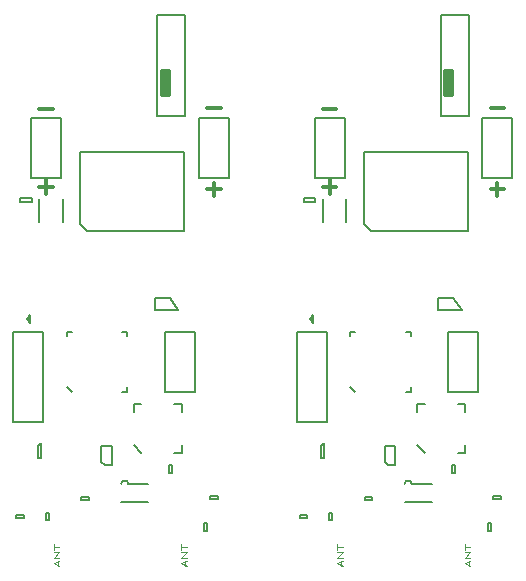
<source format=gto>
G04 #@! TF.GenerationSoftware,KiCad,Pcbnew,5.0.0-rc2-unknown-68f6e3a~65~ubuntu16.04.1*
G04 #@! TF.CreationDate,2018-07-23T09:18:11+01:00*
G04 #@! TF.ProjectId,jerboa_panel,6A6572626F615F70616E656C2E6B6963,rev?*
G04 #@! TF.SameCoordinates,Original*
G04 #@! TF.FileFunction,Legend,Top*
G04 #@! TF.FilePolarity,Positive*
%FSLAX46Y46*%
G04 Gerber Fmt 4.6, Leading zero omitted, Abs format (unit mm)*
G04 Created by KiCad (PCBNEW 5.0.0-rc2-unknown-68f6e3a~65~ubuntu16.04.1) date Mon Jul 23 09:18:11 2018*
%MOMM*%
%LPD*%
G01*
G04 APERTURE LIST*
%ADD10C,0.300000*%
%ADD11C,0.150000*%
%ADD12C,0.125000*%
G04 APERTURE END LIST*
D10*
X59028571Y-34907142D02*
X60171428Y-34907142D01*
X73228571Y-34807142D02*
X74371428Y-34807142D01*
X74371428Y-41707142D02*
X73228571Y-41707142D01*
X73800000Y-42278571D02*
X73800000Y-41135714D01*
X60171428Y-41507142D02*
X59028571Y-41507142D01*
X59600000Y-42078571D02*
X59600000Y-40935714D01*
X36171428Y-41507142D02*
X35028571Y-41507142D01*
X35600000Y-42078571D02*
X35600000Y-40935714D01*
X50371428Y-41707142D02*
X49228571Y-41707142D01*
X49800000Y-42278571D02*
X49800000Y-41135714D01*
X49228571Y-34807142D02*
X50371428Y-34807142D01*
X35028571Y-34907142D02*
X36171428Y-34907142D01*
D11*
G04 #@! TO.C,J2*
X56830000Y-53790000D02*
X59370000Y-53790000D01*
X56830000Y-61410000D02*
X56830000Y-53790000D01*
X59370000Y-61410000D02*
X56830000Y-61410000D01*
X59370000Y-53790000D02*
X59370000Y-61410000D01*
G04 #@! TO.C,C35*
X57725000Y-69275000D02*
X57725000Y-69525000D01*
X57725000Y-69525000D02*
X57075000Y-69525000D01*
X57075000Y-69525000D02*
X57075000Y-69275000D01*
X57075000Y-69275000D02*
X57725000Y-69275000D01*
G04 #@! TO.C,U3*
X59125000Y-63150000D02*
X59125000Y-63150000D01*
X59125000Y-63150000D02*
X59125000Y-64450000D01*
X59125000Y-64450000D02*
X58875000Y-64450000D01*
X58875000Y-64450000D02*
X58875000Y-63400000D01*
X58875000Y-63400000D02*
X59125000Y-63150000D01*
G04 #@! TO.C,AE1*
X71400000Y-26900000D02*
X69000000Y-26900000D01*
X69000000Y-26900000D02*
X69000000Y-35500000D01*
X69000000Y-35500000D02*
X71400000Y-35500000D01*
X71400000Y-35500000D02*
X71400000Y-26900000D01*
D10*
X69800000Y-33700000D02*
X69800000Y-31700000D01*
X69600000Y-31700000D02*
X69600000Y-33700000D01*
X69400000Y-33700000D02*
X69400000Y-31700000D01*
X70000000Y-33700000D02*
X70000000Y-31700000D01*
X70000000Y-33700000D02*
X69400000Y-33700000D01*
X70000000Y-31700000D02*
X69400000Y-31700000D01*
D11*
G04 #@! TO.C,IC2*
X62500000Y-44650000D02*
X62500000Y-38550000D01*
X62500000Y-38550000D02*
X71300000Y-38550000D01*
X71300000Y-38550000D02*
X71300000Y-45250000D01*
X71300000Y-45250000D02*
X63100000Y-45250000D01*
X63100000Y-45250000D02*
X62500000Y-44650000D01*
G04 #@! TO.C,C34*
X73475000Y-67925000D02*
X73475000Y-67675000D01*
X73475000Y-67675000D02*
X74125000Y-67675000D01*
X74125000Y-67675000D02*
X74125000Y-67925000D01*
X74125000Y-67925000D02*
X73475000Y-67925000D01*
G04 #@! TO.C,L14*
X59575000Y-69725000D02*
X59575000Y-69075000D01*
X59825000Y-69725000D02*
X59575000Y-69725000D01*
X59825000Y-69075000D02*
X59825000Y-69725000D01*
X59575000Y-69075000D02*
X59825000Y-69075000D01*
G04 #@! TO.C,D1*
X58225000Y-52375000D02*
X58225000Y-53025000D01*
X57975000Y-52700000D02*
X58225000Y-53025000D01*
X57975000Y-52700000D02*
X58225000Y-52375000D01*
G04 #@! TO.C,L13*
X73225000Y-69975000D02*
X73225000Y-70625000D01*
X72975000Y-69975000D02*
X73225000Y-69975000D01*
X72975000Y-70625000D02*
X72975000Y-69975000D01*
X73225000Y-70625000D02*
X72975000Y-70625000D01*
G04 #@! TO.C,U1*
X66455905Y-58847128D02*
X66055905Y-58847128D01*
X66455905Y-58447128D02*
X66455905Y-58847128D01*
X66455905Y-53747128D02*
X66055905Y-53747128D01*
X66455905Y-54147128D02*
X66455905Y-53747128D01*
X61355905Y-53747128D02*
X61755905Y-53747128D01*
X61355905Y-54147128D02*
X61355905Y-53747128D01*
X61755905Y-58847128D02*
X61355905Y-58447128D01*
G04 #@! TO.C,J1*
X72530000Y-40740000D02*
X72530000Y-35660000D01*
X72530000Y-35660000D02*
X75070000Y-35660000D01*
X75070000Y-35660000D02*
X75070000Y-40740000D01*
X75070000Y-40740000D02*
X72530000Y-40740000D01*
G04 #@! TO.C,L4*
X62575000Y-67775000D02*
X63225000Y-67775000D01*
X62575000Y-68025000D02*
X62575000Y-67775000D01*
X63225000Y-68025000D02*
X62575000Y-68025000D01*
X63225000Y-67775000D02*
X63225000Y-68025000D01*
G04 #@! TO.C,U2*
X70800000Y-51900000D02*
X70050000Y-50900000D01*
X68800000Y-51900000D02*
X70800000Y-51900000D01*
X68800000Y-50900000D02*
X68800000Y-51900000D01*
X70050000Y-50900000D02*
X68800000Y-50900000D01*
G04 #@! TO.C,J3*
X60870000Y-40740000D02*
X58330000Y-40740000D01*
X60870000Y-35660000D02*
X60870000Y-40740000D01*
X58330000Y-35660000D02*
X60870000Y-35660000D01*
X58330000Y-40740000D02*
X58330000Y-35660000D01*
G04 #@! TO.C,J4*
X72170000Y-53790000D02*
X72170000Y-58870000D01*
X72170000Y-58870000D02*
X69630000Y-58870000D01*
X69630000Y-58870000D02*
X69630000Y-53790000D01*
X69630000Y-53790000D02*
X72170000Y-53790000D01*
G04 #@! TO.C,Y1*
X64550000Y-65000000D02*
X64250000Y-64750000D01*
X64250000Y-63400000D02*
X64250000Y-64750000D01*
X65150000Y-63400000D02*
X64250000Y-63400000D01*
X65150000Y-65000000D02*
X65150000Y-63400000D01*
X64550000Y-65000000D02*
X65150000Y-65000000D01*
G04 #@! TO.C,IC4*
X66550000Y-66650000D02*
X68250000Y-66650000D01*
X65950000Y-68150000D02*
X68250000Y-68150000D01*
X66550000Y-66650000D02*
G75*
G03X65950000Y-66650000I-300000J0D01*
G01*
G04 #@! TO.C,IC3*
X71100000Y-64000000D02*
X70450000Y-64000000D01*
X71100000Y-63350000D02*
X71100000Y-64000000D01*
X71100000Y-59900000D02*
X70450000Y-59900000D01*
X71100000Y-60550000D02*
X71100000Y-59900000D01*
X67000000Y-59900000D02*
X67650000Y-59900000D01*
X67000000Y-60550000D02*
X67000000Y-59900000D01*
X67650000Y-64000000D02*
X67000000Y-63350000D01*
G04 #@! TO.C,IC1*
X61000000Y-42500000D02*
X61000000Y-44500000D01*
X59000000Y-44500000D02*
X59000000Y-42500000D01*
G04 #@! TO.C,L1*
X58400000Y-42800000D02*
X58400000Y-42400000D01*
X57400000Y-42800000D02*
X58400000Y-42800000D01*
X57400000Y-42400000D02*
X57400000Y-42800000D01*
X58400000Y-42400000D02*
X57400000Y-42400000D01*
G04 #@! TO.C,L2*
X70225000Y-65725000D02*
X69975000Y-65725000D01*
X69975000Y-65725000D02*
X69975000Y-65075000D01*
X69975000Y-65075000D02*
X70225000Y-65075000D01*
X70225000Y-65075000D02*
X70225000Y-65725000D01*
G04 #@! TO.C,J1*
X51070000Y-40740000D02*
X48530000Y-40740000D01*
X51070000Y-35660000D02*
X51070000Y-40740000D01*
X48530000Y-35660000D02*
X51070000Y-35660000D01*
X48530000Y-40740000D02*
X48530000Y-35660000D01*
G04 #@! TO.C,U1*
X37755905Y-58847128D02*
X37355905Y-58447128D01*
X37355905Y-54147128D02*
X37355905Y-53747128D01*
X37355905Y-53747128D02*
X37755905Y-53747128D01*
X42455905Y-54147128D02*
X42455905Y-53747128D01*
X42455905Y-53747128D02*
X42055905Y-53747128D01*
X42455905Y-58447128D02*
X42455905Y-58847128D01*
X42455905Y-58847128D02*
X42055905Y-58847128D01*
D10*
G04 #@! TO.C,AE1*
X46000000Y-31700000D02*
X45400000Y-31700000D01*
X46000000Y-33700000D02*
X45400000Y-33700000D01*
X46000000Y-33700000D02*
X46000000Y-31700000D01*
X45400000Y-33700000D02*
X45400000Y-31700000D01*
X45600000Y-31700000D02*
X45600000Y-33700000D01*
X45800000Y-33700000D02*
X45800000Y-31700000D01*
D11*
X47400000Y-35500000D02*
X47400000Y-26900000D01*
X45000000Y-35500000D02*
X47400000Y-35500000D01*
X45000000Y-26900000D02*
X45000000Y-35500000D01*
X47400000Y-26900000D02*
X45000000Y-26900000D01*
G04 #@! TO.C,C34*
X50125000Y-67925000D02*
X49475000Y-67925000D01*
X50125000Y-67675000D02*
X50125000Y-67925000D01*
X49475000Y-67675000D02*
X50125000Y-67675000D01*
X49475000Y-67925000D02*
X49475000Y-67675000D01*
G04 #@! TO.C,C35*
X33075000Y-69275000D02*
X33725000Y-69275000D01*
X33075000Y-69525000D02*
X33075000Y-69275000D01*
X33725000Y-69525000D02*
X33075000Y-69525000D01*
X33725000Y-69275000D02*
X33725000Y-69525000D01*
G04 #@! TO.C,D1*
X33975000Y-52700000D02*
X34225000Y-52375000D01*
X33975000Y-52700000D02*
X34225000Y-53025000D01*
X34225000Y-52375000D02*
X34225000Y-53025000D01*
G04 #@! TO.C,IC2*
X39100000Y-45250000D02*
X38500000Y-44650000D01*
X47300000Y-45250000D02*
X39100000Y-45250000D01*
X47300000Y-38550000D02*
X47300000Y-45250000D01*
X38500000Y-38550000D02*
X47300000Y-38550000D01*
X38500000Y-44650000D02*
X38500000Y-38550000D01*
G04 #@! TO.C,IC3*
X43650000Y-64000000D02*
X43000000Y-63350000D01*
X43000000Y-60550000D02*
X43000000Y-59900000D01*
X43000000Y-59900000D02*
X43650000Y-59900000D01*
X47100000Y-60550000D02*
X47100000Y-59900000D01*
X47100000Y-59900000D02*
X46450000Y-59900000D01*
X47100000Y-63350000D02*
X47100000Y-64000000D01*
X47100000Y-64000000D02*
X46450000Y-64000000D01*
G04 #@! TO.C,IC4*
X42550000Y-66650000D02*
G75*
G03X41950000Y-66650000I-300000J0D01*
G01*
X41950000Y-68150000D02*
X44250000Y-68150000D01*
X42550000Y-66650000D02*
X44250000Y-66650000D01*
G04 #@! TO.C,J2*
X35370000Y-53790000D02*
X35370000Y-61410000D01*
X35370000Y-61410000D02*
X32830000Y-61410000D01*
X32830000Y-61410000D02*
X32830000Y-53790000D01*
X32830000Y-53790000D02*
X35370000Y-53790000D01*
G04 #@! TO.C,J3*
X34330000Y-40740000D02*
X34330000Y-35660000D01*
X34330000Y-35660000D02*
X36870000Y-35660000D01*
X36870000Y-35660000D02*
X36870000Y-40740000D01*
X36870000Y-40740000D02*
X34330000Y-40740000D01*
G04 #@! TO.C,J4*
X45630000Y-53790000D02*
X48170000Y-53790000D01*
X45630000Y-58870000D02*
X45630000Y-53790000D01*
X48170000Y-58870000D02*
X45630000Y-58870000D01*
X48170000Y-53790000D02*
X48170000Y-58870000D01*
G04 #@! TO.C,L2*
X46225000Y-65075000D02*
X46225000Y-65725000D01*
X45975000Y-65075000D02*
X46225000Y-65075000D01*
X45975000Y-65725000D02*
X45975000Y-65075000D01*
X46225000Y-65725000D02*
X45975000Y-65725000D01*
G04 #@! TO.C,L4*
X39225000Y-67775000D02*
X39225000Y-68025000D01*
X39225000Y-68025000D02*
X38575000Y-68025000D01*
X38575000Y-68025000D02*
X38575000Y-67775000D01*
X38575000Y-67775000D02*
X39225000Y-67775000D01*
G04 #@! TO.C,L13*
X49225000Y-70625000D02*
X48975000Y-70625000D01*
X48975000Y-70625000D02*
X48975000Y-69975000D01*
X48975000Y-69975000D02*
X49225000Y-69975000D01*
X49225000Y-69975000D02*
X49225000Y-70625000D01*
G04 #@! TO.C,L14*
X35575000Y-69075000D02*
X35825000Y-69075000D01*
X35825000Y-69075000D02*
X35825000Y-69725000D01*
X35825000Y-69725000D02*
X35575000Y-69725000D01*
X35575000Y-69725000D02*
X35575000Y-69075000D01*
G04 #@! TO.C,IC1*
X35000000Y-44500000D02*
X35000000Y-42500000D01*
X37000000Y-42500000D02*
X37000000Y-44500000D01*
G04 #@! TO.C,L1*
X34400000Y-42400000D02*
X33400000Y-42400000D01*
X33400000Y-42400000D02*
X33400000Y-42800000D01*
X33400000Y-42800000D02*
X34400000Y-42800000D01*
X34400000Y-42800000D02*
X34400000Y-42400000D01*
G04 #@! TO.C,U2*
X46050000Y-50900000D02*
X44800000Y-50900000D01*
X44800000Y-50900000D02*
X44800000Y-51900000D01*
X44800000Y-51900000D02*
X46800000Y-51900000D01*
X46800000Y-51900000D02*
X46050000Y-50900000D01*
G04 #@! TO.C,U3*
X34875000Y-63400000D02*
X35125000Y-63150000D01*
X34875000Y-64450000D02*
X34875000Y-63400000D01*
X35125000Y-64450000D02*
X34875000Y-64450000D01*
X35125000Y-63150000D02*
X35125000Y-64450000D01*
X35125000Y-63150000D02*
X35125000Y-63150000D01*
G04 #@! TO.C,Y1*
X40550000Y-65000000D02*
X41150000Y-65000000D01*
X41150000Y-65000000D02*
X41150000Y-63400000D01*
X41150000Y-63400000D02*
X40250000Y-63400000D01*
X40250000Y-63400000D02*
X40250000Y-64750000D01*
X40550000Y-65000000D02*
X40250000Y-64750000D01*
G04 #@! TO.C,P3*
D12*
X71383333Y-73557142D02*
X71383333Y-73200000D01*
X71526190Y-73628571D02*
X71026190Y-73378571D01*
X71526190Y-73128571D01*
X71526190Y-72878571D02*
X71026190Y-72878571D01*
X71526190Y-72450000D01*
X71026190Y-72450000D01*
X71026190Y-72200000D02*
X71026190Y-71771428D01*
X71526190Y-71985714D02*
X71026190Y-71985714D01*
G04 #@! TO.C,P2*
X60583333Y-73557142D02*
X60583333Y-73200000D01*
X60726190Y-73628571D02*
X60226190Y-73378571D01*
X60726190Y-73128571D01*
X60726190Y-72878571D02*
X60226190Y-72878571D01*
X60726190Y-72450000D01*
X60226190Y-72450000D01*
X60226190Y-72200000D02*
X60226190Y-71771428D01*
X60726190Y-71985714D02*
X60226190Y-71985714D01*
X36583333Y-73557142D02*
X36583333Y-73200000D01*
X36726190Y-73628571D02*
X36226190Y-73378571D01*
X36726190Y-73128571D01*
X36726190Y-72878571D02*
X36226190Y-72878571D01*
X36726190Y-72450000D01*
X36226190Y-72450000D01*
X36226190Y-72200000D02*
X36226190Y-71771428D01*
X36726190Y-71985714D02*
X36226190Y-71985714D01*
G04 #@! TO.C,P3*
X47383333Y-73557142D02*
X47383333Y-73200000D01*
X47526190Y-73628571D02*
X47026190Y-73378571D01*
X47526190Y-73128571D01*
X47526190Y-72878571D02*
X47026190Y-72878571D01*
X47526190Y-72450000D01*
X47026190Y-72450000D01*
X47026190Y-72200000D02*
X47026190Y-71771428D01*
X47526190Y-71985714D02*
X47026190Y-71985714D01*
G04 #@! TD*
M02*

</source>
